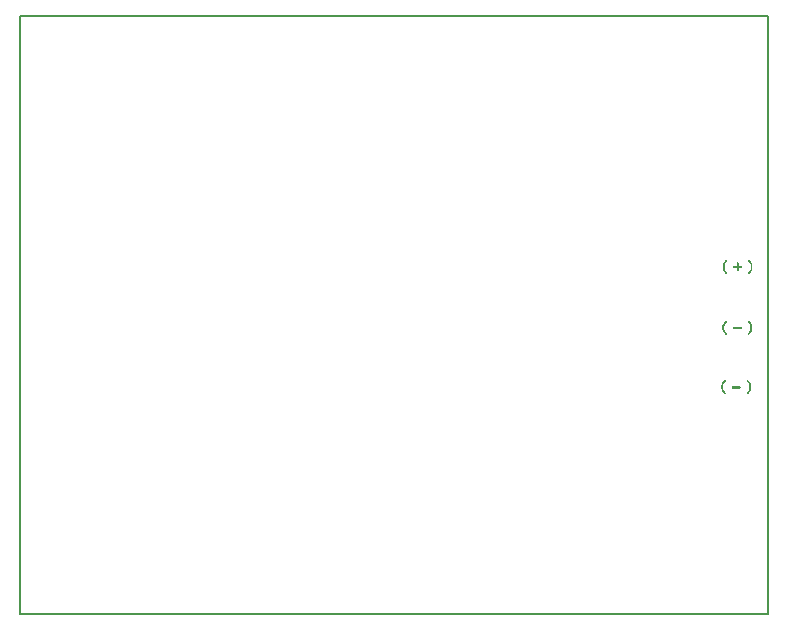
<source format=gbo>
G04 MADE WITH FRITZING*
G04 WWW.FRITZING.ORG*
G04 DOUBLE SIDED*
G04 HOLES PLATED*
G04 CONTOUR ON CENTER OF CONTOUR VECTOR*
%ASAXBY*%
%FSLAX23Y23*%
%MOIN*%
%OFA0B0*%
%SFA1.0B1.0*%
%ADD10R,2.500000X2.000000X2.484000X1.984000*%
%ADD11C,0.008000*%
%ADD12R,0.001000X0.001000*%
%LNSILK0*%
G90*
G70*
G54D11*
X4Y1996D02*
X2496Y1996D01*
X2496Y4D01*
X4Y4D01*
X4Y1996D01*
D02*
G54D12*
X2357Y1183D02*
X2360Y1183D01*
X2432Y1183D02*
X2435Y1183D01*
X2356Y1182D02*
X2361Y1182D01*
X2431Y1182D02*
X2436Y1182D01*
X2355Y1181D02*
X2361Y1181D01*
X2431Y1181D02*
X2437Y1181D01*
X2354Y1180D02*
X2361Y1180D01*
X2431Y1180D02*
X2438Y1180D01*
X2354Y1179D02*
X2360Y1179D01*
X2432Y1179D02*
X2438Y1179D01*
X2353Y1178D02*
X2360Y1178D01*
X2432Y1178D02*
X2439Y1178D01*
X2352Y1177D02*
X2359Y1177D01*
X2433Y1177D02*
X2440Y1177D01*
X2351Y1176D02*
X2358Y1176D01*
X2434Y1176D02*
X2441Y1176D01*
X2351Y1175D02*
X2357Y1175D01*
X2396Y1175D02*
X2396Y1175D01*
X2435Y1175D02*
X2441Y1175D01*
X2350Y1174D02*
X2357Y1174D01*
X2394Y1174D02*
X2398Y1174D01*
X2435Y1174D02*
X2442Y1174D01*
X2349Y1173D02*
X2356Y1173D01*
X2394Y1173D02*
X2398Y1173D01*
X2436Y1173D02*
X2443Y1173D01*
X2348Y1172D02*
X2355Y1172D01*
X2393Y1172D02*
X2399Y1172D01*
X2437Y1172D02*
X2444Y1172D01*
X2348Y1171D02*
X2354Y1171D01*
X2393Y1171D02*
X2399Y1171D01*
X2438Y1171D02*
X2444Y1171D01*
X2348Y1170D02*
X2353Y1170D01*
X2393Y1170D02*
X2399Y1170D01*
X2439Y1170D02*
X2444Y1170D01*
X2347Y1169D02*
X2353Y1169D01*
X2393Y1169D02*
X2399Y1169D01*
X2439Y1169D02*
X2445Y1169D01*
X2347Y1168D02*
X2352Y1168D01*
X2393Y1168D02*
X2399Y1168D01*
X2440Y1168D02*
X2445Y1168D01*
X2347Y1167D02*
X2352Y1167D01*
X2393Y1167D02*
X2399Y1167D01*
X2440Y1167D02*
X2445Y1167D01*
X2347Y1166D02*
X2352Y1166D01*
X2393Y1166D02*
X2399Y1166D01*
X2440Y1166D02*
X2445Y1166D01*
X2347Y1165D02*
X2352Y1165D01*
X2393Y1165D02*
X2399Y1165D01*
X2440Y1165D02*
X2445Y1165D01*
X2347Y1164D02*
X2352Y1164D01*
X2393Y1164D02*
X2399Y1164D01*
X2440Y1164D02*
X2445Y1164D01*
X2347Y1163D02*
X2352Y1163D01*
X2384Y1163D02*
X2408Y1163D01*
X2440Y1163D02*
X2445Y1163D01*
X2347Y1162D02*
X2352Y1162D01*
X2382Y1162D02*
X2410Y1162D01*
X2440Y1162D02*
X2445Y1162D01*
X2347Y1161D02*
X2352Y1161D01*
X2382Y1161D02*
X2410Y1161D01*
X2440Y1161D02*
X2445Y1161D01*
X2347Y1160D02*
X2352Y1160D01*
X2381Y1160D02*
X2410Y1160D01*
X2440Y1160D02*
X2445Y1160D01*
X2347Y1159D02*
X2352Y1159D01*
X2382Y1159D02*
X2410Y1159D01*
X2440Y1159D02*
X2445Y1159D01*
X2347Y1158D02*
X2352Y1158D01*
X2382Y1158D02*
X2410Y1158D01*
X2440Y1158D02*
X2445Y1158D01*
X2347Y1157D02*
X2352Y1157D01*
X2393Y1157D02*
X2399Y1157D01*
X2440Y1157D02*
X2445Y1157D01*
X2347Y1156D02*
X2352Y1156D01*
X2393Y1156D02*
X2399Y1156D01*
X2440Y1156D02*
X2445Y1156D01*
X2347Y1155D02*
X2352Y1155D01*
X2393Y1155D02*
X2399Y1155D01*
X2440Y1155D02*
X2445Y1155D01*
X2347Y1154D02*
X2352Y1154D01*
X2393Y1154D02*
X2399Y1154D01*
X2440Y1154D02*
X2445Y1154D01*
X2347Y1153D02*
X2352Y1153D01*
X2393Y1153D02*
X2399Y1153D01*
X2440Y1153D02*
X2445Y1153D01*
X2347Y1152D02*
X2352Y1152D01*
X2393Y1152D02*
X2399Y1152D01*
X2440Y1152D02*
X2445Y1152D01*
X2347Y1151D02*
X2353Y1151D01*
X2393Y1151D02*
X2399Y1151D01*
X2439Y1151D02*
X2445Y1151D01*
X2348Y1150D02*
X2354Y1150D01*
X2393Y1150D02*
X2399Y1150D01*
X2438Y1150D02*
X2444Y1150D01*
X2348Y1149D02*
X2354Y1149D01*
X2393Y1149D02*
X2399Y1149D01*
X2438Y1149D02*
X2444Y1149D01*
X2349Y1148D02*
X2355Y1148D01*
X2393Y1148D02*
X2399Y1148D01*
X2437Y1148D02*
X2443Y1148D01*
X2349Y1147D02*
X2356Y1147D01*
X2394Y1147D02*
X2398Y1147D01*
X2436Y1147D02*
X2443Y1147D01*
X2350Y1146D02*
X2357Y1146D01*
X2394Y1146D02*
X2398Y1146D01*
X2435Y1146D02*
X2442Y1146D01*
X2351Y1145D02*
X2358Y1145D01*
X2434Y1145D02*
X2441Y1145D01*
X2352Y1144D02*
X2358Y1144D01*
X2434Y1144D02*
X2440Y1144D01*
X2352Y1143D02*
X2359Y1143D01*
X2433Y1143D02*
X2440Y1143D01*
X2353Y1142D02*
X2360Y1142D01*
X2432Y1142D02*
X2439Y1142D01*
X2354Y1141D02*
X2361Y1141D01*
X2431Y1141D02*
X2438Y1141D01*
X2355Y1140D02*
X2361Y1140D01*
X2431Y1140D02*
X2437Y1140D01*
X2355Y1139D02*
X2361Y1139D01*
X2431Y1139D02*
X2437Y1139D01*
X2356Y1138D02*
X2360Y1138D01*
X2432Y1138D02*
X2436Y1138D01*
X2357Y1137D02*
X2360Y1137D01*
X2432Y1137D02*
X2435Y1137D01*
X2357Y981D02*
X2358Y981D01*
X2432Y981D02*
X2434Y981D01*
X2356Y980D02*
X2360Y980D01*
X2431Y980D02*
X2435Y980D01*
X2355Y979D02*
X2360Y979D01*
X2431Y979D02*
X2436Y979D01*
X2354Y978D02*
X2360Y978D01*
X2431Y978D02*
X2437Y978D01*
X2353Y977D02*
X2360Y977D01*
X2431Y977D02*
X2437Y977D01*
X2353Y976D02*
X2359Y976D01*
X2431Y976D02*
X2438Y976D01*
X2352Y975D02*
X2359Y975D01*
X2432Y975D02*
X2439Y975D01*
X2351Y974D02*
X2358Y974D01*
X2433Y974D02*
X2440Y974D01*
X2350Y973D02*
X2357Y973D01*
X2434Y973D02*
X2440Y973D01*
X2350Y972D02*
X2356Y972D01*
X2434Y972D02*
X2441Y972D01*
X2349Y971D02*
X2356Y971D01*
X2435Y971D02*
X2442Y971D01*
X2348Y970D02*
X2355Y970D01*
X2436Y970D02*
X2443Y970D01*
X2348Y969D02*
X2354Y969D01*
X2437Y969D02*
X2443Y969D01*
X2347Y968D02*
X2353Y968D01*
X2438Y968D02*
X2444Y968D01*
X2347Y967D02*
X2353Y967D01*
X2438Y967D02*
X2444Y967D01*
X2347Y966D02*
X2352Y966D01*
X2439Y966D02*
X2444Y966D01*
X2346Y965D02*
X2352Y965D01*
X2439Y965D02*
X2444Y965D01*
X2346Y964D02*
X2351Y964D01*
X2439Y964D02*
X2445Y964D01*
X2346Y963D02*
X2351Y963D01*
X2439Y963D02*
X2445Y963D01*
X2346Y962D02*
X2351Y962D01*
X2439Y962D02*
X2445Y962D01*
X2346Y961D02*
X2351Y961D01*
X2439Y961D02*
X2445Y961D01*
X2346Y960D02*
X2351Y960D01*
X2382Y960D02*
X2409Y960D01*
X2439Y960D02*
X2445Y960D01*
X2346Y959D02*
X2351Y959D01*
X2381Y959D02*
X2410Y959D01*
X2439Y959D02*
X2445Y959D01*
X2346Y958D02*
X2351Y958D01*
X2381Y958D02*
X2410Y958D01*
X2439Y958D02*
X2445Y958D01*
X2346Y957D02*
X2351Y957D01*
X2381Y957D02*
X2410Y957D01*
X2439Y957D02*
X2445Y957D01*
X2346Y956D02*
X2351Y956D01*
X2381Y956D02*
X2410Y956D01*
X2439Y956D02*
X2445Y956D01*
X2346Y955D02*
X2351Y955D01*
X2381Y955D02*
X2410Y955D01*
X2439Y955D02*
X2445Y955D01*
X2346Y954D02*
X2351Y954D01*
X2381Y954D02*
X2410Y954D01*
X2439Y954D02*
X2445Y954D01*
X2346Y953D02*
X2351Y953D01*
X2382Y953D02*
X2409Y953D01*
X2439Y953D02*
X2445Y953D01*
X2346Y952D02*
X2351Y952D01*
X2439Y952D02*
X2445Y952D01*
X2346Y951D02*
X2351Y951D01*
X2439Y951D02*
X2445Y951D01*
X2346Y950D02*
X2352Y950D01*
X2439Y950D02*
X2444Y950D01*
X2347Y949D02*
X2352Y949D01*
X2439Y949D02*
X2444Y949D01*
X2347Y948D02*
X2353Y948D01*
X2438Y948D02*
X2444Y948D01*
X2347Y947D02*
X2353Y947D01*
X2437Y947D02*
X2444Y947D01*
X2348Y946D02*
X2354Y946D01*
X2437Y946D02*
X2443Y946D01*
X2348Y945D02*
X2355Y945D01*
X2436Y945D02*
X2442Y945D01*
X2349Y944D02*
X2356Y944D01*
X2435Y944D02*
X2442Y944D01*
X2350Y943D02*
X2357Y943D01*
X2434Y943D02*
X2441Y943D01*
X2351Y942D02*
X2357Y942D01*
X2433Y942D02*
X2440Y942D01*
X2351Y941D02*
X2358Y941D01*
X2433Y941D02*
X2439Y941D01*
X2352Y940D02*
X2359Y940D01*
X2432Y940D02*
X2439Y940D01*
X2353Y939D02*
X2360Y939D01*
X2431Y939D02*
X2438Y939D01*
X2354Y938D02*
X2360Y938D01*
X2431Y938D02*
X2437Y938D01*
X2354Y937D02*
X2360Y937D01*
X2431Y937D02*
X2436Y937D01*
X2355Y936D02*
X2360Y936D01*
X2431Y936D02*
X2436Y936D01*
X2356Y935D02*
X2359Y935D01*
X2431Y935D02*
X2435Y935D01*
X2353Y783D02*
X2355Y783D01*
X2428Y783D02*
X2430Y783D01*
X2352Y782D02*
X2356Y782D01*
X2427Y782D02*
X2431Y782D01*
X2351Y781D02*
X2357Y781D01*
X2427Y781D02*
X2432Y781D01*
X2350Y780D02*
X2357Y780D01*
X2427Y780D02*
X2433Y780D01*
X2349Y779D02*
X2356Y779D01*
X2427Y779D02*
X2434Y779D01*
X2349Y778D02*
X2356Y778D01*
X2428Y778D02*
X2435Y778D01*
X2348Y777D02*
X2355Y777D01*
X2429Y777D02*
X2435Y777D01*
X2347Y776D02*
X2354Y776D01*
X2429Y776D02*
X2436Y776D01*
X2346Y775D02*
X2353Y775D01*
X2430Y775D02*
X2437Y775D01*
X2346Y774D02*
X2352Y774D01*
X2431Y774D02*
X2438Y774D01*
X2345Y773D02*
X2352Y773D01*
X2432Y773D02*
X2438Y773D01*
X2344Y772D02*
X2351Y772D01*
X2433Y772D02*
X2439Y772D01*
X2344Y771D02*
X2350Y771D01*
X2433Y771D02*
X2440Y771D01*
X2343Y770D02*
X2349Y770D01*
X2434Y770D02*
X2440Y770D01*
X2343Y769D02*
X2349Y769D01*
X2435Y769D02*
X2440Y769D01*
X2343Y768D02*
X2348Y768D01*
X2435Y768D02*
X2441Y768D01*
X2343Y767D02*
X2348Y767D01*
X2436Y767D02*
X2441Y767D01*
X2342Y766D02*
X2348Y766D01*
X2436Y766D02*
X2441Y766D01*
X2342Y765D02*
X2348Y765D01*
X2436Y765D02*
X2441Y765D01*
X2342Y764D02*
X2348Y764D01*
X2436Y764D02*
X2441Y764D01*
X2342Y763D02*
X2348Y763D01*
X2380Y763D02*
X2403Y763D01*
X2436Y763D02*
X2441Y763D01*
X2342Y762D02*
X2348Y762D01*
X2378Y762D02*
X2405Y762D01*
X2436Y762D02*
X2441Y762D01*
X2342Y761D02*
X2348Y761D01*
X2377Y761D02*
X2406Y761D01*
X2436Y761D02*
X2441Y761D01*
X2342Y760D02*
X2348Y760D01*
X2377Y760D02*
X2406Y760D01*
X2436Y760D02*
X2441Y760D01*
X2342Y759D02*
X2348Y759D01*
X2377Y759D02*
X2406Y759D01*
X2436Y759D02*
X2441Y759D01*
X2342Y758D02*
X2348Y758D01*
X2377Y758D02*
X2406Y758D01*
X2436Y758D02*
X2441Y758D01*
X2342Y757D02*
X2348Y757D01*
X2377Y757D02*
X2406Y757D01*
X2436Y757D02*
X2441Y757D01*
X2342Y756D02*
X2348Y756D01*
X2377Y756D02*
X2406Y756D01*
X2436Y756D02*
X2441Y756D01*
X2342Y755D02*
X2348Y755D01*
X2378Y755D02*
X2405Y755D01*
X2436Y755D02*
X2441Y755D01*
X2342Y754D02*
X2348Y754D01*
X2436Y754D02*
X2441Y754D01*
X2343Y753D02*
X2348Y753D01*
X2436Y753D02*
X2441Y753D01*
X2343Y752D02*
X2348Y752D01*
X2435Y752D02*
X2441Y752D01*
X2343Y751D02*
X2349Y751D01*
X2435Y751D02*
X2440Y751D01*
X2343Y750D02*
X2349Y750D01*
X2434Y750D02*
X2440Y750D01*
X2344Y749D02*
X2350Y749D01*
X2433Y749D02*
X2440Y749D01*
X2344Y748D02*
X2351Y748D01*
X2433Y748D02*
X2439Y748D01*
X2345Y747D02*
X2352Y747D01*
X2432Y747D02*
X2439Y747D01*
X2346Y746D02*
X2352Y746D01*
X2431Y746D02*
X2438Y746D01*
X2346Y745D02*
X2353Y745D01*
X2430Y745D02*
X2437Y745D01*
X2347Y744D02*
X2354Y744D01*
X2429Y744D02*
X2436Y744D01*
X2348Y743D02*
X2355Y743D01*
X2429Y743D02*
X2435Y743D01*
X2349Y742D02*
X2355Y742D01*
X2428Y742D02*
X2435Y742D01*
X2349Y741D02*
X2356Y741D01*
X2427Y741D02*
X2434Y741D01*
X2350Y740D02*
X2357Y740D01*
X2427Y740D02*
X2433Y740D01*
X2351Y739D02*
X2357Y739D01*
X2427Y739D02*
X2432Y739D01*
X2352Y738D02*
X2356Y738D01*
X2427Y738D02*
X2432Y738D01*
X2353Y737D02*
X2355Y737D01*
X2428Y737D02*
X2431Y737D01*
D02*
G04 End of Silk0*
M02*
</source>
